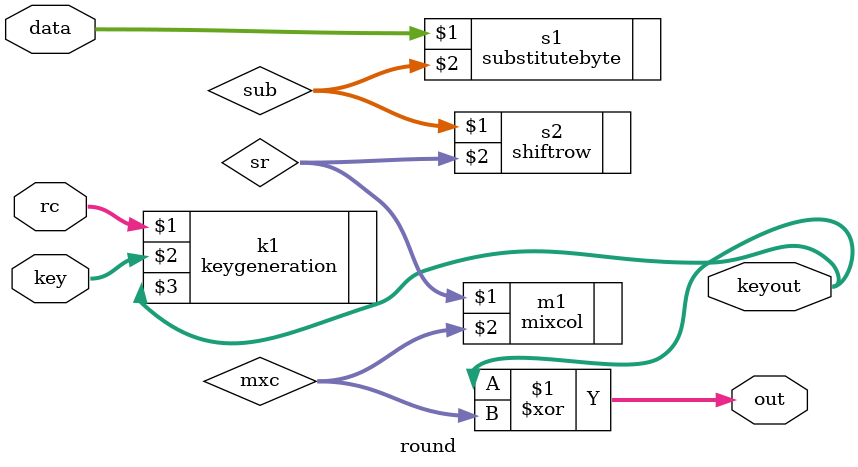
<source format=v>
`timescale 1ns / 1ps
module round(
    input [3:0] rc,
    input [127 : 0] data,
    input [127 : 0] key ,
    output [127 : 0] keyout,
    output [127 : 0 ] out 
    );
	 wire [127: 0] sub , sr , mxc;
	 keygeneration k1 (rc, key,keyout);
	 substitutebyte s1 (data , sub) ; 
	 shiftrow s2 (sub, sr) ;
	 mixcol m1 (sr , mxc) ;
	 assign out  = keyout ^ mxc ; 
	 
endmodule

</source>
